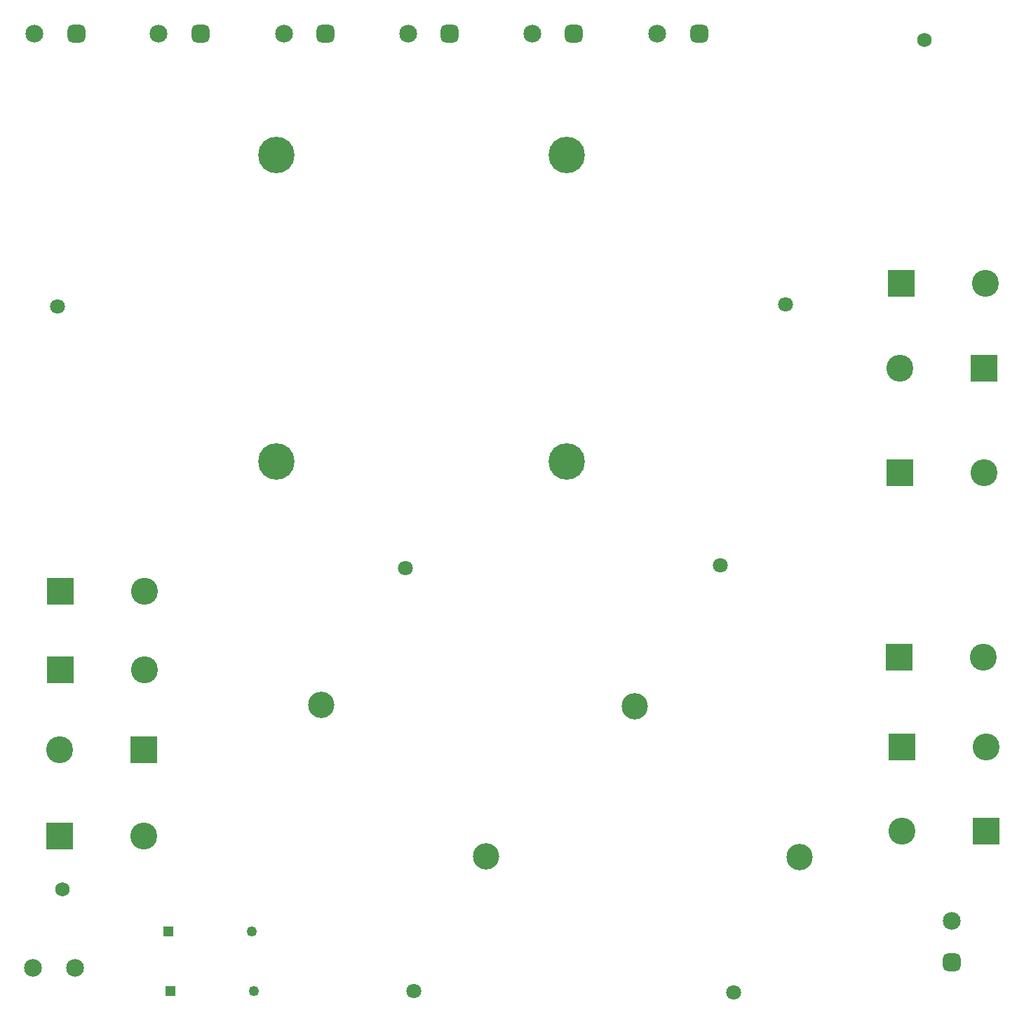
<source format=gbr>
%TF.GenerationSoftware,Altium Limited,Altium Designer,24.10.1 (45)*%
G04 Layer_Color=16711935*
%FSLAX45Y45*%
%MOMM*%
%TF.SameCoordinates,FE7F3FAC-07A9-46B7-8817-9A63D08EFC34*%
%TF.FilePolarity,Negative*%
%TF.FileFunction,Soldermask,Bot*%
%TF.Part,Single*%
G01*
G75*
%TA.AperFunction,ComponentPad*%
%ADD16C,3.25000*%
%ADD17R,3.25000X3.25000*%
%ADD18C,3.18000*%
%ADD19C,4.40000*%
%ADD20C,1.25000*%
%ADD21R,1.25000X1.25000*%
%TA.AperFunction,ViaPad*%
%ADD25C,1.72720*%
%TA.AperFunction,ComponentPad*%
G04:AMPARAMS|DCode=26|XSize=2.1532mm|YSize=2.1532mm|CornerRadius=0.5891mm|HoleSize=0mm|Usage=FLASHONLY|Rotation=180.000|XOffset=0mm|YOffset=0mm|HoleType=Round|Shape=RoundedRectangle|*
%AMROUNDEDRECTD26*
21,1,2.15320,0.97500,0,0,180.0*
21,1,0.97500,2.15320,0,0,180.0*
1,1,1.17820,-0.48750,0.48750*
1,1,1.17820,0.48750,0.48750*
1,1,1.17820,0.48750,-0.48750*
1,1,1.17820,-0.48750,-0.48750*
%
%ADD26ROUNDEDRECTD26*%
%ADD27C,2.15320*%
%ADD28C,1.80320*%
G04:AMPARAMS|DCode=29|XSize=2.1532mm|YSize=2.1532mm|CornerRadius=0.5891mm|HoleSize=0mm|Usage=FLASHONLY|Rotation=90.000|XOffset=0mm|YOffset=0mm|HoleType=Round|Shape=RoundedRectangle|*
%AMROUNDEDRECTD29*
21,1,2.15320,0.97500,0,0,90.0*
21,1,0.97500,2.15320,0,0,90.0*
1,1,1.17820,0.48750,0.48750*
1,1,1.17820,0.48750,-0.48750*
1,1,1.17820,-0.48750,-0.48750*
1,1,1.17820,-0.48750,0.48750*
%
%ADD29ROUNDEDRECTD29*%
D16*
X1981200Y2353600D02*
D03*
X1993900Y4360200D02*
D03*
Y5312700D02*
D03*
X965200Y3399500D02*
D03*
X11137900Y2413000D02*
D03*
X12153900Y3429000D02*
D03*
X12115800Y4512600D02*
D03*
X12128500Y6743700D02*
D03*
X11112500Y8001000D02*
D03*
X12141200Y9029700D02*
D03*
D17*
X965200Y2353600D02*
D03*
X977900Y4360200D02*
D03*
Y5312700D02*
D03*
X1981200Y3399500D02*
D03*
X12153900Y2413000D02*
D03*
X11137900Y3429000D02*
D03*
X11099800Y4512600D02*
D03*
X11112500Y6743700D02*
D03*
X12128500Y8001000D02*
D03*
X11125200Y9029700D02*
D03*
D18*
X7910700Y3922900D02*
D03*
X9894700Y2096900D02*
D03*
X6110100Y2109600D02*
D03*
X4126100Y3935600D02*
D03*
D19*
X7084000Y6874900D02*
D03*
X3584000D02*
D03*
X7084000Y10574900D02*
D03*
X3584000D02*
D03*
D20*
X3306700Y482600D02*
D03*
X3281300Y1206500D02*
D03*
D21*
X2306700Y482600D02*
D03*
X2281300Y1206500D02*
D03*
D25*
X1003300Y1714500D02*
D03*
X11404600Y11963400D02*
D03*
D26*
X1164400Y12039600D02*
D03*
X7171500D02*
D03*
X8682800D02*
D03*
X2663000D02*
D03*
X4174300D02*
D03*
X5672899D02*
D03*
D27*
X664400D02*
D03*
X1155700Y762000D02*
D03*
X647700D02*
D03*
X6671500Y12039600D02*
D03*
X8182800D02*
D03*
X2163001D02*
D03*
X3674300D02*
D03*
X5172901D02*
D03*
X11734800Y1333500D02*
D03*
D28*
X9728200Y8775700D02*
D03*
X5245100Y482600D02*
D03*
X5143500Y5588000D02*
D03*
X9105900Y469900D02*
D03*
X8940800Y5626100D02*
D03*
X939800Y8750300D02*
D03*
D29*
X11734800Y833501D02*
D03*
%TF.MD5,0aaaed3e6118da07f8765b0245d09fe5*%
M02*

</source>
